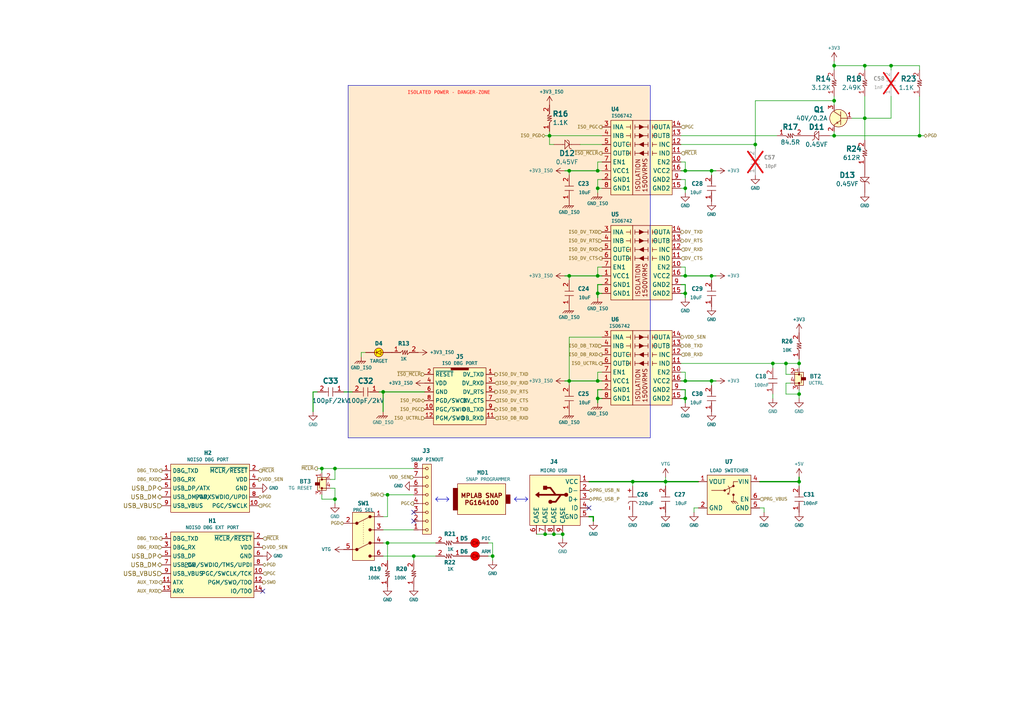
<source format=kicad_sch>
(kicad_sch (version 20231120) (generator "eeschema") (generator_version "8.0")
  (paper "A4")
  (title_block (title "PROGRAMMER & DEBUGGER") (date "2024-12-04") (rev "0.1") (company "KiCad EDA") (comment 1 "Schematic Designed by ...") (comment 2 "PCB Designed by ...") (comment 3 "Approved by ..."))
  (junction (at 198.755 54.61))
  (junction (at 198.755 85.09))
  (junction (at 158.115 154.94))
  (junction (at 241.935 39.37))
  (junction (at 112.395 143.51))
  (junction (at 93.345 135.89))
  (junction (at 250.825 19.05))
  (junction (at 224.155 105.41))
  (junction (at 206.375 49.53))
  (junction (at 165.1 80.01))
  (junction (at 173.355 80.01))
  (junction (at 250.825 34.29))
  (junction (at 97.155 144.78))
  (junction (at 241.935 19.05))
  (junction (at 97.155 135.89))
  (junction (at 231.775 139.7))
  (junction (at 198.755 80.01))
  (junction (at 183.515 139.7))
  (junction (at 227.965 105.41))
  (junction (at 206.375 80.01))
  (junction (at 231.775 114.3))
  (junction (at 219.075 41.91))
  (junction (at 206.375 110.49))
  (junction (at 173.355 110.49))
  (junction (at 173.355 49.53))
  (junction (at 258.445 19.05))
  (junction (at 198.755 110.49))
  (junction (at 241.935 29.21))
  (junction (at 173.355 54.61))
  (junction (at 111.125 113.665))
  (junction (at 163.195 154.94))
  (junction (at 159.385 39.37))
  (junction (at 173.355 85.09))
  (junction (at 193.04 139.7))
  (junction (at 198.755 115.57))
  (junction (at 120.015 161.29))
  (junction (at 266.7 39.37))
  (junction (at 231.775 105.41))
  (junction (at 165.1 110.49))
  (junction (at 198.755 49.53))
  (junction (at 160.655 154.94))
  (junction (at 112.395 157.48))
  (junction (at 142.875 161.29))
  (junction (at 165.1 49.53))
  (junction (at 173.355 115.57))
  (no_connect (at 120.015 148.59))
  (no_connect (at 170.815 147.32))
  (no_connect (at 76.2 171.45))
  (no_connect (at 120.015 151.13))
  (wire (pts (xy 198.755 80.01) (xy 197.485 80.01)) (stroke (width 0.254)))
  (wire (pts (xy 142.875 162.56) (xy 142.875 161.29)))
  (wire (pts (xy 206.375 110.49) (xy 206.375 111.76)))
  (polyline (pts (xy 129.54 145.415) (xy 130.175 144.78)))
  (wire (pts (xy 229.235 108.585) (xy 227.965 108.585)))
  (wire (pts (xy 241.935 29.21) (xy 241.935 30.48)))
  (wire (pts (xy 198.755 49.53) (xy 206.375 49.53)) (stroke (width 0.254)))
  (wire (pts (xy 231.775 139.7) (xy 231.775 140.97)))
  (wire (pts (xy 173.355 85.09) (xy 174.625 85.09)) (stroke (width 0.254)))
  (wire (pts (xy 198.755 80.01) (xy 206.375 80.01)) (stroke (width 0.254)))
  (wire (pts (xy 106.045 102.235) (xy 104.775 102.235)))
  (wire (pts (xy 183.515 139.7) (xy 183.515 140.97)))
  (wire (pts (xy 197.485 52.07) (xy 198.755 52.07)))
  (wire (pts (xy 104.775 103.505) (xy 104.775 102.235)))
  (wire (pts (xy 198.755 85.09) (xy 198.755 86.36)) (stroke (width 0.254)))
  (wire (pts (xy 202.565 147.32) (xy 201.295 147.32)))
  (wire (pts (xy 112.395 149.86) (xy 112.395 143.51)))
  (wire (pts (xy 206.375 110.49) (xy 207.645 110.49)) (stroke (width 0.254)))
  (wire (pts (xy 224.155 105.41) (xy 224.155 106.68)))
  (wire (pts (xy 174.625 113.03) (xy 173.355 113.03)) (stroke (width 0.254)))
  (wire (pts (xy 198.755 113.03) (xy 198.755 115.57)) (stroke (width 0.254)))
  (wire (pts (xy 197.485 110.49) (xy 198.755 110.49)) (stroke (width 0.254)))
  (wire (pts (xy 266.7 19.05) (xy 258.445 19.05)))
  (polyline (pts (xy 126.365 144.78) (xy 127 144.145)))
  (wire (pts (xy 206.375 80.01) (xy 206.375 81.28)))
  (wire (pts (xy 170.815 149.86) (xy 172.085 149.86)) (stroke (width 0.381)))
  (wire (pts (xy 174.625 46.99) (xy 173.355 46.99)))
  (wire (pts (xy 174.625 115.57) (xy 173.355 115.57)) (stroke (width 0.254)))
  (polyline (pts (xy 129.54 144.145) (xy 130.175 144.78)))
  (wire (pts (xy 198.755 82.55) (xy 198.755 85.09)) (stroke (width 0.254)))
  (wire (pts (xy 142.875 161.29) (xy 141.605 161.29)))
  (wire (pts (xy 220.345 147.32) (xy 221.615 147.32)))
  (wire (pts (xy 220.345 139.7) (xy 231.775 139.7)) (stroke (width 0.381)))
  (wire (pts (xy 227.965 111.125) (xy 227.965 114.3)))
  (wire (pts (xy 197.485 107.95) (xy 198.755 107.95)))
  (wire (pts (xy 197.485 46.99) (xy 198.755 46.99)))
  (wire (pts (xy 198.755 54.61) (xy 198.755 55.88)))
  (wire (pts (xy 111.125 113.665) (xy 111.125 119.38)) (stroke (width 0.254)))
  (wire (pts (xy 227.965 105.41) (xy 227.965 108.585)))
  (wire (pts (xy 163.195 154.94) (xy 163.195 156.21)))
  (wire (pts (xy 266.7 20.32) (xy 266.7 19.05)))
  (wire (pts (xy 231.775 138.43) (xy 231.775 139.7)) (stroke (width 0.381)))
  (wire (pts (xy 231.775 106.68) (xy 231.775 105.41)))
  (wire (pts (xy 173.355 82.55) (xy 173.355 85.09)) (stroke (width 0.254)))
  (wire (pts (xy 93.345 135.89) (xy 93.345 137.16)))
  (wire (pts (xy 97.155 135.89) (xy 120.015 135.89)))
  (wire (pts (xy 197.485 49.53) (xy 198.755 49.53)) (stroke (width 0.254)))
  (wire (pts (xy 198.755 107.95) (xy 198.755 110.49)))
  (wire (pts (xy 227.965 105.41) (xy 231.775 105.41)))
  (wire (pts (xy 197.485 113.03) (xy 198.755 113.03)) (stroke (width 0.254)))
  (wire (pts (xy 197.485 39.37) (xy 225.425 39.37)))
  (wire (pts (xy 120.015 161.29) (xy 126.365 161.29)))
  (wire (pts (xy 111.125 143.51) (xy 112.395 143.51)))
  (wire (pts (xy 197.485 41.91) (xy 219.075 41.91)))
  (wire (pts (xy 165.1 97.79) (xy 165.1 110.49)))
  (wire (pts (xy 207.645 49.53) (xy 206.375 49.53)) (stroke (width 0.254)))
  (wire (pts (xy 229.235 111.125) (xy 227.965 111.125)))
  (wire (pts (xy 173.355 107.95) (xy 173.355 110.49)))
  (wire (pts (xy 165.1 80.01) (xy 173.355 80.01)) (stroke (width 0.254)))
  (wire (pts (xy 193.04 138.43) (xy 193.04 139.7)))
  (wire (pts (xy 227.965 114.3) (xy 231.775 114.3)))
  (wire (pts (xy 173.355 113.03) (xy 173.355 115.57)) (stroke (width 0.254)))
  (wire (pts (xy 160.655 154.94) (xy 163.195 154.94)))
  (wire (pts (xy 221.615 147.32) (xy 221.615 148.59)))
  (wire (pts (xy 250.825 20.32) (xy 250.825 19.05)))
  (wire (pts (xy 193.04 139.7) (xy 202.565 139.7)) (stroke (width 0.381)))
  (wire (pts (xy 93.345 143.51) (xy 93.345 144.78)))
  (wire (pts (xy 174.625 80.01) (xy 173.355 80.01)) (stroke (width 0.254)))
  (wire (pts (xy 168.275 41.91) (xy 174.625 41.91)))
  (polyline (pts (xy 149.225 144.78) (xy 149.86 145.415)))
  (wire (pts (xy 183.515 139.7) (xy 193.04 139.7)) (stroke (width 0.381)))
  (wire (pts (xy 95.885 139.065) (xy 97.155 139.065)))
  (wire (pts (xy 197.485 54.61) (xy 198.755 54.61)))
  (wire (pts (xy 173.355 110.49) (xy 174.625 110.49)) (stroke (width 0.254)))
  (wire (pts (xy 197.485 49.53) (xy 198.755 49.53)))
  (wire (pts (xy 193.04 139.7) (xy 193.04 140.97)))
  (wire (pts (xy 112.395 143.51) (xy 120.015 143.51)))
  (wire (pts (xy 258.445 19.05) (xy 250.825 19.05)))
  (wire (pts (xy 111.125 157.48) (xy 112.395 157.48)))
  (wire (pts (xy 173.355 54.61) (xy 174.625 54.61)))
  (wire (pts (xy 231.775 104.14) (xy 231.775 105.41)))
  (wire (pts (xy 231.775 113.03) (xy 231.775 114.3)))
  (wire (pts (xy 266.7 27.94) (xy 266.7 39.37)))
  (polyline (pts (xy 152.4 144.145) (xy 153.035 144.78)))
  (wire (pts (xy 250.825 27.94) (xy 250.825 34.29)))
  (wire (pts (xy 241.935 39.37) (xy 266.7 39.37)))
  (wire (pts (xy 197.485 105.41) (xy 224.155 105.41)))
  (wire (pts (xy 111.125 149.86) (xy 112.395 149.86)))
  (wire (pts (xy 197.485 115.57) (xy 198.755 115.57)) (stroke (width 0.254)))
  (wire (pts (xy 219.075 41.91) (xy 219.075 43.18)))
  (wire (pts (xy 201.295 147.32) (xy 201.295 148.59)))
  (wire (pts (xy 158.115 39.37) (xy 159.385 39.37)))
  (wire (pts (xy 97.155 141.605) (xy 97.155 144.78)))
  (wire (pts (xy 241.935 19.05) (xy 241.935 20.32)))
  (wire (pts (xy 173.355 52.07) (xy 173.355 54.61)))
  (wire (pts (xy 120.015 161.29) (xy 120.015 162.56)))
  (wire (pts (xy 165.1 49.53) (xy 163.83 49.53)) (stroke (width 0.254)))
  (wire (pts (xy 92.075 113.665) (xy 90.805 113.665)) (stroke (width 0.254)))
  (wire (pts (xy 197.485 77.47) (xy 198.755 77.47)))
  (wire (pts (xy 172.085 149.86) (xy 172.085 151.13)) (stroke (width 0.381)))
  (wire (pts (xy 111.125 161.29) (xy 120.015 161.29)))
  (wire (pts (xy 165.1 49.53) (xy 165.1 50.8)))
  (wire (pts (xy 206.375 49.53) (xy 206.375 50.8)))
  (wire (pts (xy 231.775 115.57) (xy 231.775 114.3)))
  (wire (pts (xy 165.1 110.49) (xy 173.355 110.49)) (stroke (width 0.254)))
  (polyline (pts (xy 126.365 144.78) (xy 127 145.415)))
  (wire (pts (xy 163.83 110.49) (xy 165.1 110.49)) (stroke (width 0.254)))
  (wire (pts (xy 173.355 54.61) (xy 173.355 55.88)))
  (polyline (pts (xy 126.365 144.78) (xy 130.175 144.78)))
  (wire (pts (xy 174.625 107.95) (xy 173.355 107.95)))
  (wire (pts (xy 241.935 19.05) (xy 250.825 19.05)))
  (wire (pts (xy 174.625 39.37) (xy 159.385 39.37)))
  (wire (pts (xy 159.385 39.37) (xy 159.385 41.91)))
  (wire (pts (xy 258.445 20.32) (xy 258.445 19.05)))
  (wire (pts (xy 92.075 135.89) (xy 93.345 135.89)))
  (wire (pts (xy 198.755 46.99) (xy 198.755 49.53)))
  (wire (pts (xy 165.1 110.49) (xy 165.1 111.76)))
  (wire (pts (xy 174.625 97.79) (xy 165.1 97.79)))
  (wire (pts (xy 258.445 34.29) (xy 250.825 34.29)))
  (wire (pts (xy 241.935 38.1) (xy 241.935 39.37)))
  (wire (pts (xy 241.935 39.37) (xy 240.665 39.37)))
  (wire (pts (xy 142.875 157.48) (xy 142.875 161.29)))
  (wire (pts (xy 258.445 27.94) (xy 258.445 34.29)))
  (wire (pts (xy 224.155 105.41) (xy 227.965 105.41)))
  (wire (pts (xy 90.805 113.665) (xy 90.805 119.38)) (stroke (width 0.254)))
  (wire (pts (xy 159.385 38.1) (xy 159.385 39.37)))
  (wire (pts (xy 250.825 34.29) (xy 250.825 40.64)))
  (wire (pts (xy 197.485 82.55) (xy 198.755 82.55)) (stroke (width 0.254)))
  (wire (pts (xy 198.755 52.07) (xy 198.755 54.61)))
  (wire (pts (xy 111.125 153.67) (xy 120.015 153.67)))
  (polyline (pts (xy 152.4 145.415) (xy 153.035 144.78)))
  (wire (pts (xy 173.355 115.57) (xy 173.355 116.84)) (stroke (width 0.254)))
  (wire (pts (xy 241.935 17.78) (xy 241.935 19.05)))
  (wire (pts (xy 198.755 110.49) (xy 206.375 110.49)) (stroke (width 0.254)))
  (wire (pts (xy 111.125 113.665) (xy 109.855 113.665)) (stroke (width 0.254)))
  (wire (pts (xy 241.935 27.94) (xy 241.935 29.21)))
  (wire (pts (xy 173.355 49.53) (xy 174.625 49.53)))
  (wire (pts (xy 174.625 82.55) (xy 173.355 82.55)) (stroke (width 0.254)))
  (polyline (pts (xy 149.225 144.78) (xy 149.86 144.145)))
  (wire (pts (xy 173.355 46.99) (xy 173.355 49.53)))
  (wire (pts (xy 112.395 157.48) (xy 112.395 162.56)))
  (wire (pts (xy 219.075 29.21) (xy 219.075 41.91)))
  (wire (pts (xy 165.1 49.53) (xy 173.355 49.53)) (stroke (width 0.254)))
  (wire (pts (xy 197.485 85.09) (xy 198.755 85.09)) (stroke (width 0.254)))
  (wire (pts (xy 250.825 34.29) (xy 247.015 34.29)))
  (wire (pts (xy 97.155 135.89) (xy 97.155 139.065)))
  (wire (pts (xy 159.385 41.91) (xy 160.655 41.91)))
  (wire (pts (xy 224.155 115.57) (xy 224.155 114.3)))
  (wire (pts (xy 102.235 113.665) (xy 99.695 113.665)) (stroke (width 0.254)))
  (wire (pts (xy 266.7 39.37) (xy 267.97 39.37)))
  (wire (pts (xy 93.345 135.89) (xy 97.155 135.89)))
  (wire (pts (xy 97.155 144.78) (xy 93.345 144.78)))
  (wire (pts (xy 158.115 154.94) (xy 160.655 154.94)))
  (wire (pts (xy 97.155 144.78) (xy 97.155 146.05)))
  (polyline (pts (xy 149.225 144.78) (xy 153.035 144.78)))
  (wire (pts (xy 165.1 80.01) (xy 165.1 81.28)))
  (wire (pts (xy 198.755 115.57) (xy 198.755 116.84)) (stroke (width 0.254)))
  (wire (pts (xy 170.815 139.7) (xy 183.515 139.7)) (stroke (width 0.381)))
  (wire (pts (xy 241.935 29.21) (xy 219.075 29.21)))
  (wire (pts (xy 173.355 80.01) (xy 173.355 77.47)))
  (wire (pts (xy 142.875 157.48) (xy 141.605 157.48)))
  (wire (pts (xy 95.885 141.605) (xy 97.155 141.605)))
  (wire (pts (xy 173.355 85.09) (xy 173.355 86.36)) (stroke (width 0.254)))
  (wire (pts (xy 123.19 113.665) (xy 111.125 113.665)) (stroke (width 0.254)))
  (wire (pts (xy 174.625 52.07) (xy 173.355 52.07)))
  (wire (pts (xy 207.645 80.01) (xy 206.375 80.01)) (stroke (width 0.254)))
  (wire (pts (xy 198.755 77.47) (xy 198.755 80.01)))
  (wire (pts (xy 173.355 77.47) (xy 174.625 77.47)))
  (wire (pts (xy 165.1 80.01) (xy 163.83 80.01)) (stroke (width 0.254)))
  (wire (pts (xy 155.575 154.94) (xy 158.115 154.94)))
  (wire (pts (xy 112.395 157.48) (xy 126.365 157.48)))
  (rectangle (start 100.965 24.765) (end 188.595 127) (fill (type color) (color 255 234 207 1)))
  (text "ISOLATED POWER - DANGER-ZONE" (at 130.175 27.305 0) (effects (font (size 1.016 1.016) (thickness 0.127))))
  (hierarchical_label "PGD" (shape bidirectional) (at 267.97 39.37 0) (effects (font (size 1.016 1.016) (thickness 0.127))))
  (hierarchical_label "ISO_UCTRL" (shape input) (at 123.19 121.285 180) (effects (font (size 1.016 1.016) (thickness 0.127))))
  (hierarchical_label "ISO_DV_CTS" (shape input) (at 143.51 116.205 0) (effects (font (size 1.016 1.016) (thickness 0.127))))
  (hierarchical_label "PGC" (shape input) (at 197.485 36.83 0) (effects (font (size 1.016 1.016) (thickness 0.127))))
  (hierarchical_label "VDD_SEN" (shape input) (at 120.015 138.43 180) (effects (font (size 1.016 1.016) (thickness 0.127))))
  (hierarchical_label "ISO_DB_RXD" (shape output) (at 174.625 102.87 180) (effects (font (size 1.016 1.016) (thickness 0.127))))
  (hierarchical_label "DV_RXD" (shape input) (at 197.485 72.39 0) (effects (font (size 1.016 1.016) (thickness 0.127))))
  (hierarchical_label "ISO_DV_RXD" (shape output) (at 174.625 72.39 180) (effects (font (size 1.016 1.016) (thickness 0.127))))
  (hierarchical_label "PRG_VBUS" (shape input) (at 220.345 144.78 0) (effects (font (size 1.016 1.016) (thickness 0.127))))
  (hierarchical_label "ISO_DV_CTS" (shape output) (at 174.625 74.93 180) (effects (font (size 1.016 1.016) (thickness 0.127))))
  (hierarchical_label "PGC" (shape input) (at 74.93 146.685 0) (effects (font (size 1.016 1.016) (thickness 0.127))))
  (hierarchical_label "USB_DM" (shape bidirectional) (at 46.99 144.145 180))
  (hierarchical_label "ISO_DV_TXD" (shape output) (at 143.51 108.585 0) (effects (font (size 1.016 1.016) (thickness 0.127))))
  (hierarchical_label "ISO_DV_RTS" (shape output) (at 143.51 113.665 0) (effects (font (size 1.016 1.016) (thickness 0.127))))
  (hierarchical_label "ISO_PGD" (shape bidirectional) (at 158.115 39.37 180) (effects (font (size 1.016 1.016) (thickness 0.127))))
  (hierarchical_label "ISO_DB_RXD" (shape input) (at 143.51 121.285 0) (effects (font (size 1.016 1.016) (thickness 0.127))))
  (hierarchical_label "USB_DP" (shape bidirectional) (at 46.99 141.605 180))
  (hierarchical_label "DBG_TXD" (shape output) (at 46.99 136.525 180) (effects (font (size 1.016 1.016) (thickness 0.127))))
  (hierarchical_label "AUX_RXD" (shape input) (at 46.99 171.45 180) (effects (font (size 1.016 1.016) (thickness 0.127))))
  (hierarchical_label "DBG_RXD" (shape input) (at 46.99 158.75 180) (effects (font (size 1.016 1.016) (thickness 0.127))))
  (hierarchical_label "VDD_SEN" (shape output) (at 197.485 97.79 0) (effects (font (size 1.016 1.016) (thickness 0.127))))
  (hierarchical_label "USB_VBUS" (shape input) (at 46.99 166.37 180))
  (hierarchical_label "DV_TXD" (shape output) (at 197.485 67.31 0) (effects (font (size 1.016 1.016) (thickness 0.127))))
  (hierarchical_label "ISO_UCTRL" (shape output) (at 174.625 105.41 180) (effects (font (size 1.016 1.016) (thickness 0.127))))
  (hierarchical_label "SWO" (shape output) (at 76.2 168.91 0) (effects (font (size 1.016 1.016) (thickness 0.127))))
  (hierarchical_label "ISO_PGC" (shape input) (at 123.19 118.745 180) (effects (font (size 1.016 1.016) (thickness 0.127))))
  (hierarchical_label "PGC" (shape output) (at 120.015 146.05 180) (effects (font (size 1.016 1.016) (thickness 0.127))))
  (hierarchical_label "~{MCLR}" (shape input) (at 197.485 44.45 0) (effects (font (size 1.016 1.016) (thickness 0.127))))
  (hierarchical_label "DB_RXD" (shape input) (at 197.485 102.87 0) (effects (font (size 1.016 1.016) (thickness 0.127))))
  (hierarchical_label "PRG_USB_P" (shape bidirectional) (at 170.815 144.78 0) (effects (font (size 1.016 1.016) (thickness 0.127))))
  (hierarchical_label "DBG_RXD" (shape input) (at 46.99 139.065 180) (effects (font (size 1.016 1.016) (thickness 0.127))))
  (hierarchical_label "VDD_SEN" (shape output) (at 76.2 158.75 0) (effects (font (size 1.016 1.016) (thickness 0.127))))
  (hierarchical_label "PRG_USB_N" (shape bidirectional) (at 170.815 142.24 0) (effects (font (size 1.016 1.016) (thickness 0.127))))
  (hierarchical_label "DV_CTS" (shape input) (at 197.485 74.93 0) (effects (font (size 1.016 1.016) (thickness 0.127))))
  (hierarchical_label "ISO_PGD" (shape bidirectional) (at 123.19 116.205 180) (effects (font (size 1.016 1.016) (thickness 0.127))))
  (hierarchical_label "~{ISO_MCLR}" (shape input) (at 123.19 108.585 180) (effects (font (size 1.016 1.016) (thickness 0.127))))
  (hierarchical_label "~{ISO_MCLR}" (shape output) (at 174.625 44.45 180) (effects (font (size 1.016 1.016) (thickness 0.127))))
  (hierarchical_label "PGD" (shape bidirectional) (at 74.93 144.145 0) (effects (font (size 1.016 1.016) (thickness 0.127))))
  (hierarchical_label "PGC" (shape input) (at 76.2 166.37 0) (effects (font (size 1.016 1.016) (thickness 0.127))))
  (hierarchical_label "PGD" (shape bidirectional) (at 99.695 151.765 180) (effects (font (size 1.016 1.016) (thickness 0.127))))
  (hierarchical_label "VDD_SEN" (shape output) (at 74.93 139.065 0) (effects (font (size 1.016 1.016) (thickness 0.127))))
  (hierarchical_label "SWO" (shape output) (at 111.125 143.51 180) (effects (font (size 1.016 1.016) (thickness 0.127))))
  (hierarchical_label "USB_VBUS" (shape input) (at 46.99 146.685 180))
  (hierarchical_label "ISO_DB_TXD" (shape output) (at 143.51 118.745 0) (effects (font (size 1.016 1.016) (thickness 0.127))))
  (hierarchical_label "DB_TXD" (shape output) (at 197.485 100.33 0) (effects (font (size 1.016 1.016) (thickness 0.127))))
  (hierarchical_label "~{MCLR}" (shape input) (at 74.93 136.525 0) (effects (font (size 1.016 1.016) (thickness 0.127))))
  (hierarchical_label "ISO_PGC" (shape output) (at 174.625 36.83 180) (effects (font (size 1.016 1.016) (thickness 0.127))))
  (hierarchical_label "~{MCLR}" (shape input) (at 76.2 156.21 0) (effects (font (size 1.016 1.016) (thickness 0.127))))
  (hierarchical_label "USB_DM" (shape bidirectional) (at 46.99 163.83 180))
  (hierarchical_label "DBG_TXD" (shape output) (at 46.99 156.21 180) (effects (font (size 1.016 1.016) (thickness 0.127))))
  (hierarchical_label "AUX_TXD" (shape output) (at 46.99 168.91 180) (effects (font (size 1.016 1.016) (thickness 0.127))))
  (hierarchical_label "~{MCLR}" (shape output) (at 92.075 135.89 180) (effects (font (size 1.016 1.016) (thickness 0.127))))
  (hierarchical_label "ISO_DV_RXD" (shape input) (at 143.51 111.125 0) (effects (font (size 1.016 1.016) (thickness 0.127))))
  (hierarchical_label "USB_DP" (shape bidirectional) (at 46.99 161.29 180))
  (hierarchical_label "DV_RTS" (shape output) (at 197.485 69.85 0) (effects (font (size 1.016 1.016) (thickness 0.127))))
  (hierarchical_label "ISO_DB_TXD" (shape input) (at 174.625 100.33 180) (effects (font (size 1.016 1.016) (thickness 0.127))))
  (hierarchical_label "ISO_DV_TXD" (shape input) (at 174.625 67.31 180) (effects (font (size 1.016 1.016) (thickness 0.127))))
  (hierarchical_label "PGD" (shape bidirectional) (at 76.2 163.83 0) (effects (font (size 1.016 1.016) (thickness 0.127))))
  (hierarchical_label "ISO_DV_RTS" (shape input) (at 174.625 69.85 180) (effects (font (size 1.016 1.016) (thickness 0.127))))
  (symbol (lib_id "power:GND") (at 193.04 148.59 0) (mirror y) (unit 1)
    (property "Reference" "#PWR082" (effects (hide yes)))
    (property "Value" "GND" (at 193.04 152.4 0) (effects (font (size 1.016 1.016) (thickness 0.127))))
  )
  (symbol (lib_id "SAMPI:CERCAP") (at 221.615 48.26 270) (mirror x) (unit 1) (in_bom no) (dnp yes)
    (property "Reference" "C57" (at 221.615 45.7199 90) (effects (font (bold yes)) (justify left)))
    (property "Value" "10pF" (at 221.615 48.26 90) (effects (font (size 1.016 1.016) (thickness 0.127)) (justify left)))
    (property "Footprint" "SAMPI:CAP0603" (effects (hide yes)))
    (property "Description" "CAP CER 10pF 50V X5R 0603" (effects (hide yes)))
  )
  (symbol (lib_id "SAMPI:MICRO_USB_PLUG_RA") (at 155.575 134.62 0) (unit 1)
    (property "Reference" "J4" (at 160.655 133.985 0) (effects (font (bold yes))))
    (property "Value" "MICRO USB" (at 160.655 136.525 0) (effects (font (size 1.016 1.016) (thickness 0.127))))
    (property "Footprint" "SAMPI:ZX60-B-5S(31)" (effects (hide yes)))
    (property "Description" "CONN PLUG USB2.0 MICRO B SMD R/A" (effects (hide yes)))
    (property "MFT" "Hirose" (effects (hide yes)))
    (property "MNP" "ZX60-B-5S(31)" (effects (hide yes)))
  )
  (symbol (lib_id "SAMPI:RES") (at 239.395 25.4 90) (unit 1)
    (property "Reference" "R14" (at 238.76 22.86 90) (effects (font (size 1.5 1.5) (bold yes))))
    (property "Value" "3.12K" (at 238.125 25.4 90))
    (property "Footprint" "SAMPI:RES0603" (effects (hide yes)))
    (property "Description" "RES 10K OHM 1% 1/10W 0603" (effects (hide yes)))
    (property "MNP" "RC0603FR-0710KL" (effects (hide yes)))
    (property "MFT" "YAGEO" (effects (hide yes)))
  )
  (symbol (lib_id "power:+3V3") (at 207.645 49.53 270) (unit 1)
    (property "Reference" "#PWR090" (effects (hide yes)))
    (property "Value" "+3V3" (at 212.725 49.53 90) (effects (font (size 1.016 1.016) (thickness 0.127))))
  )
  (symbol (lib_id "SAMPI:GND_ISO") (at 104.775 112.395 0) (unit 1)
    (property "Reference" "#PWR050" (effects (hide yes)))
    (property "Value" "GND_ISO" (at 104.775 106.68 0) (effects (font (size 1.016 1.016) (thickness 0.127))))
    (property "Description" "Power symbol creates a global label with name \"+GND_ISO\"" (effects (hide yes)))
  )
  (symbol (lib_id "power:GND") (at 231.775 148.59 0) (unit 1)
    (property "Reference" "#PWR095" (effects (hide yes)))
    (property "Value" "GND" (at 231.775 152.4 0) (effects (font (size 1.016 1.016) (thickness 0.127))))
  )
  (symbol (lib_id "SAMPI:GND_ISO") (at 165.1 67.31 0) (unit 1)
    (property "Reference" "#PWR071" (effects (hide yes)))
    (property "Value" "GND_ISO" (at 165.1 61.595 0) (effects (font (size 1.016 1.016) (thickness 0.127))))
    (property "Description" "Power symbol creates a global label with name \"+GND_ISO\"" (effects (hide yes)))
  )
  (symbol (lib_id "power:GND") (at 198.755 55.88 0) (unit 1)
    (property "Reference" "#PWR083" (effects (hide yes)))
    (property "Value" "GND" (at 198.755 59.69 0) (effects (font (size 1.016 1.016) (thickness 0.127))))
  )
  (symbol (lib_id "SAMPI:ISO6742") (at 186.055 31.75 0) (unit 1)
    (property "Reference" "U4" (at 178.435 31.75 0) (effects (font (bold yes))))
    (property "Value" "ISO6742" (at 180.34 33.655 0) (effects (font (size 1.016 1.016) (thickness 0.127))))
    (property "Footprint" "SAMPI:SOIC16-W" (effects (hide yes)))
    (property "Description" "DIGITAL ISOLATOR 4-CH 1500VRMS 50MBIT/S" (effects (hide yes)))
    (property "MNP" "ISO6742FDWR" (effects (hide yes)))
    (property "MFT" "Texas Instruments" (effects (hide yes)))
  )
  (symbol (lib_id "power:GND") (at 221.615 148.59 0) (unit 1)
    (property "Reference" "#PWR093" (effects (hide yes)))
    (property "Value" "GND" (at 221.615 152.4 0) (effects (font (size 1.016 1.016) (thickness 0.127))))
  )
  (symbol (lib_id "power:GND") (at 206.375 58.42 0) (unit 1)
    (property "Reference" "#PWR087" (effects (hide yes)))
    (property "Value" "GND" (at 206.375 62.23 0) (effects (font (size 1.016 1.016) (thickness 0.127))))
  )
  (symbol (lib_id "power:+5V") (at 231.775 138.43 0) (unit 1)
    (property "Reference" "#PWR094" (effects (hide yes)))
    (property "Value" "+5V" (at 231.775 134.62 0) (effects (font (size 1.016 1.016) (thickness 0.127))))
  )
  (symbol (lib_id "SAMPI:RES") (at 248.285 25.4 90) (unit 1)
    (property "Reference" "R18" (at 247.65 22.86 90) (effects (font (size 1.5 1.5) (bold yes))))
    (property "Value" "2.49K" (at 247.015 25.4 90))
    (property "Footprint" "SAMPI:RES0603" (effects (hide yes)))
    (property "Description" "RES 10K OHM 1% 1/10W 0603" (effects (hide yes)))
    (property "MNP" "RC0603FR-0710KL" (effects (hide yes)))
    (property "MFT" "YAGEO" (effects (hide yes)))
  )
  (symbol (lib_id "power:GND") (at 90.805 119.38 0) (mirror y) (unit 1)
    (property "Reference" "#PWR096" (effects (hide yes)))
    (property "Value" "GND" (at 90.805 123.19 0) (effects (font (size 1.016 1.016) (thickness 0.127))))
  )
  (symbol (lib_id "SAMPI:RES") (at 264.16 25.4 90) (unit 1)
    (property "Reference" "R23" (at 263.525 22.86 90) (effects (font (size 1.5 1.5) (bold yes))))
    (property "Value" "1.1K" (at 262.89 25.4 90))
    (property "Footprint" "SAMPI:RES0603" (effects (hide yes)))
    (property "Description" "RES 10K OHM 1% 1/10W 0603" (effects (hide yes)))
    (property "MNP" "RC0603FR-0710KL" (effects (hide yes)))
    (property "MFT" "YAGEO" (effects (hide yes)))
  )
  (symbol (lib_id "Liem:RPDBG-EXT") (at 61.595 154.305 0) (unit 1)
    (property "Reference" "H1" (at 61.595 151.13 0) (effects (font (bold yes))))
    (property "Value" "NOISO DBG EXT PORT" (at 61.595 153.035 0) (effects (font (size 1.016 1.016))))
    (property "Footprint" "Liem:DIL14-1.27-SMD" (effects (hide yes)))
  )
  (symbol (lib_id "SAMPI:GND_ISO") (at 165.1 128.27 0) (unit 1)
    (property "Reference" "#PWR073" (effects (hide yes)))
    (property "Value" "GND_ISO" (at 165.1 122.555 0) (effects (font (size 1.016 1.016) (thickness 0.127))))
    (property "Description" "Power symbol creates a global label with name \"+GND_ISO\"" (effects (hide yes)))
  )
  (symbol (lib_id "SAMPI:RES") (at 114.935 167.64 270) (mirror x) (unit 1)
    (property "Reference" "R19" (at 110.49 165.1 90) (effects (font (bold yes)) (justify right)))
    (property "Value" "100K" (at 110.49 167.64 90) (effects (font (size 1.016 1.016) (thickness 0.127)) (justify right)))
    (property "Footprint" "SAMPI:RES0603" (effects (hide yes)))
    (property "Description" "RES 100K OHM 1% 1/10W 0603" (effects (hide yes)))
    (property "MFT" "YAGEO" (effects (hide yes)))
    (property "MNP" "RC0603FR-07100KL" (effects (hide yes)))
  )
  (symbol (lib_id "power:+3V3") (at 207.645 80.01 270) (unit 1)
    (property "Reference" "#PWR091" (effects (hide yes)))
    (property "Value" "+3V3" (at 212.725 80.01 90) (effects (font (size 1.016 1.016) (thickness 0.127))))
  )
  (symbol (lib_id "SAMPI:DIODE-SCH") (at 160.655 36.83 0) (unit 1)
    (property "Reference" "D12" (at 164.465 44.45 0) (effects (font (size 1.5 1.5) (bold yes))))
    (property "Value" "0.45VF" (at 164.465 46.99 0))
    (property "Footprint" "SAMPI:SOD-123FL" (effects (hide yes)))
    (property "Description" "DIODE SCHOTTKY 30V 200MA SOD123" (effects (hide yes)))
    (property "MFT" "  Vishay" (effects (hide yes)))
    (property "MNP" "BAT43W-E3-08" (effects (hide yes)))
  )
  (symbol (lib_id "SAMPI:DIODE-SCH") (at 240.665 34.29 0) (mirror y) (unit 1)
    (property "Reference" "D11" (at 236.855 36.83 0) (effects (font (size 1.5 1.5) (bold yes))))
    (property "Value" "0.45VF" (at 236.855 41.91 0))
    (property "Footprint" "SAMPI:SOD-123FL" (effects (hide yes)))
    (property "Description" "DIODE SCHOTTKY 30V 200MA SOD123" (effects (hide yes)))
    (property "MFT" "  Vishay" (effects (hide yes)))
    (property "MNP" "BAT43W-E3-08" (effects (hide yes)))
  )
  (symbol (lib_id "SAMPI:RES") (at 131.445 154.94 0) (mirror y) (unit 1)
    (property "Reference" "R21" (at 128.905 154.94 0) (effects (font (bold yes)) (justify right)))
    (property "Value" "1K" (at 129.54 159.385 0) (effects (font (size 1.016 1.016) (thickness 0.127)) (justify right)))
    (property "Footprint" "SAMPI:RES0603" (effects (hide yes)))
    (property "Description" "RES 1K OHM 1% 1/10W 0603" (effects (hide yes)))
    (property "MFT" "YAGEO" (effects (hide yes)))
    (property "MNP" "RC0603FR-071KL" (effects (hide yes)))
  )
  (symbol (lib_id "SAMPI:GND_ISO") (at 111.125 128.27 0) (unit 1)
    (property "Reference" "#PWR079" (effects (hide yes)))
    (property "Value" "GND_ISO" (at 111.125 122.555 0) (effects (font (size 1.016 1.016) (thickness 0.127))))
    (property "Description" "Power symbol creates a global label with name \"+GND_ISO\"" (effects (hide yes)))
  )
  (symbol (lib_id "SAMPI:GND_ISO") (at 165.1 97.79 0) (unit 1)
    (property "Reference" "#PWR072" (effects (hide yes)))
    (property "Value" "GND_ISO" (at 165.1 92.075 0) (effects (font (size 1.016 1.016) (thickness 0.127))))
    (property "Description" "Power symbol creates a global label with name \"+GND_ISO\"" (effects (hide yes)))
  )
  (symbol (lib_id "SAMPI:SW_DPDT") (at 99.695 137.795 0) (unit 1)
    (property "Reference" "SW1" (at 105.41 146.05 0) (effects (font (bold yes))))
    (property "Value" "PRG SEL" (at 105.41 147.955 0) (effects (font (size 1.016 1.016) (thickness 0.127))))
    (property "Footprint" "SAMPI:SW_PUSH_2DPDT" (effects (hide yes)))
    (property "Description" "SWITCH PUSH DPDT 0.1A 30V" (effects (hide yes)))
    (property "MNP" "TL2201EEYA" (effects (hide yes)))
    (property "MFT" "E-Switch" (effects (hide yes)))
  )
  (symbol (lib_id "power:GND") (at 74.93 141.605 90) (unit 1)
    (property "Reference" "#PWR0143" (effects (hide yes)))
    (property "Value" "GND" (at 79.375 141.605 90) (effects (font (size 1.016 1.016) (thickness 0.127))))
    (property "Description" "Power symbol creates a global label with name \"GND\" , ground" (effects (hide yes)))
  )
  (symbol (lib_id "power:GND") (at 201.295 148.59 0) (unit 1)
    (property "Reference" "#PWR086" (effects (hide yes)))
    (property "Value" "GND" (at 201.295 152.4 0) (effects (font (size 1.016 1.016) (thickness 0.127))))
  )
  (symbol (lib_id "SAMPI:RES") (at 227.965 41.91 0) (mirror x) (unit 1)
    (property "Reference" "R17" (at 229.235 36.83 0) (effects (font (size 1.5 1.5) (bold yes))))
    (property "Value" "84.5R" (at 229.235 41.275 0))
    (property "Footprint" "SAMPI:RES0603" (effects (hide yes)))
    (property "Description" "RES 10K OHM 1% 1/10W 0603" (effects (hide yes)))
    (property "MNP" "RC0603FR-0710KL" (effects (hide yes)))
    (property "MFT" "YAGEO" (effects (hide yes)))
  )
  (symbol (lib_id "Liem:RLED") (at 136.525 156.845 0) (unit 1)
    (property "Reference" "D6" (at 134.62 160.02 0) (effects (font (bold yes))))
    (property "Value" "ARM" (at 140.97 160.02 0) (effects (font (size 1.016 1.016) (thickness 0.127))))
    (property "Footprint" "SAMPI:LED3MM" (effects (hide yes)))
    (property "Description" "LED RED DIFFUSED 3MM ROUND T/H" (effects (hide yes)))
    (property "MNP" "151031SS06000" (effects (hide yes)))
    (property "MFT" "Würth Elektronik" (effects (hide yes)))
  )
  (symbol (lib_id "SAMPI:RES") (at 161.925 35.56 270) (mirror x) (unit 1)
    (property "Reference" "R16" (at 162.56 33.02 90) (effects (font (size 1.5 1.5) (bold yes))))
    (property "Value" "1.1K" (at 162.56 35.56 90))
    (property "Footprint" "SAMPI:RES0603" (effects (hide yes)))
    (property "Description" "RES 10K OHM 1% 1/10W 0603" (effects (hide yes)))
    (property "MNP" "RC0603FR-0710KL" (effects (hide yes)))
    (property "MFT" "YAGEO" (effects (hide yes)))
  )
  (symbol (lib_id "SAMPI:+3V3_ISO") (at 159.385 30.48 0) (unit 1)
    (property "Reference" "#PWR0139" (effects (hide yes)))
    (property "Value" "+3V3_ISO" (at 156.21 26.67 0) (effects (font (size 1.016 1.016) (thickness 0.127)) (justify left)))
    (property "Description" "Power symbol creates a global label with name \"+3V3_ISO\"" (effects (hide yes)))
  )
  (symbol (lib_id "SAMPI:GND_ISO") (at 173.355 64.77 0) (unit 1)
    (property "Reference" "#PWR076" (effects (hide yes)))
    (property "Value" "GND_ISO" (at 173.355 59.055 0) (effects (font (size 1.016 1.016) (thickness 0.127))))
    (property "Description" "Power symbol creates a global label with name \"+GND_ISO\"" (effects (hide yes)))
  )
  (symbol (lib_id "power:GND") (at 112.395 170.18 0) (unit 1)
    (property "Reference" "#PWR063" (effects (hide yes)))
    (property "Value" "GND" (at 112.395 173.99 0) (effects (font (size 1.016 1.016) (thickness 0.127))))
    (property "Description" "Power symbol creates a global label with name \"GND\" , ground" (effects (hide yes)))
  )
  (symbol (lib_id "SAMPI:CERCAP") (at 208.915 116.84 270) (mirror x) (unit 1)
    (property "Reference" "C30" (at 203.835 114.2999 90) (effects (font (bold yes)) (justify right)))
    (property "Value" "10uF" (at 203.835 116.8399 90) (effects (font (size 1.016 1.016) (thickness 0.127)) (justify right)))
    (property "Footprint" "SAMPI:CAP0603" (effects (hide yes)))
    (property "Description" "CAP CER 10UF 6.3V X5R 0603" (effects (hide yes)))
    (property "MFT" "Samsung" (effects (hide yes)))
    (property "MNP" "CL10A106MQ8NNNC" (effects (hide yes)))
  )
  (symbol (lib_id "SAMPI:CERCAP") (at 97.155 111.125 0) (mirror y) (unit 1)
    (property "Reference" "C33" (at 95.885 110.49 0) (effects (font (size 1.5 1.5) (bold yes))))
    (property "Value" "100pF/2kV" (at 95.885 116.205 0))
    (property "Footprint" "SAMPI:CAP1206" (effects (hide yes)))
    (property "Description" "CAP CER 100PF 2000V X7R 1206" (effects (hide yes)))
    (property "MNP" "885342208022" (effects (hide yes)))
    (property "MFT" "WE" (effects (hide yes)))
  )
  (symbol (lib_id "power:GND") (at 206.375 119.38 0) (unit 1)
    (property "Reference" "#PWR089" (effects (hide yes)))
    (property "Value" "GND" (at 206.375 123.19 0) (effects (font (size 1.016 1.016) (thickness 0.127))))
  )
  (symbol (lib_id "SAMPI:RES") (at 116.205 99.695 0) (unit 1)
    (property "Reference" "R13" (at 118.745 99.695 0) (effects (font (bold yes)) (justify right)))
    (property "Value" "1K" (at 118.11 104.14 0) (effects (font (size 1.016 1.016) (thickness 0.127)) (justify right)))
    (property "Footprint" "SAMPI:RES0603" (effects (hide yes)))
    (property "Description" "RES 1K OHM 1% 1/10W 0603" (effects (hide yes)))
    (property "MFT" "YAGEO" (effects (hide yes)))
    (property "MNP" "RC0603FR-071KL" (effects (hide yes)))
  )
  (symbol (lib_id "power:GND") (at 198.755 116.84 0) (unit 1)
    (property "Reference" "#PWR085" (effects (hide yes)))
    (property "Value" "GND" (at 198.755 120.65 0) (effects (font (size 1.016 1.016) (thickness 0.127))))
  )
  (symbol (lib_id "power:GND") (at 231.775 115.57 0) (unit 1)
    (property "Reference" "#PWR048" (effects (hide yes)))
    (property "Value" "GND" (at 231.775 119.38 0) (effects (font (size 1.016 1.016) (thickness 0.127))))
    (property "Description" "Power symbol creates a global label with name \"GND\" , ground" (effects (hide yes)))
  )
  (symbol (lib_id "SAMPI:RES") (at 131.445 158.75 0) (mirror y) (unit 1)
    (property "Reference" "R22" (at 128.905 163.195 0) (effects (font (bold yes)) (justify right)))
    (property "Value" "1K" (at 129.54 165.1 0) (effects (font (size 1.016 1.016) (thickness 0.127)) (justify right)))
    (property "Footprint" "SAMPI:RES0603" (effects (hide yes)))
    (property "Description" "RES 1K OHM 1% 1/10W 0603" (effects (hide yes)))
    (property "MFT" "YAGEO" (effects (hide yes)))
    (property "MNP" "RC0603FR-071KL" (effects (hide yes)))
  )
  (symbol (lib_id "SAMPI:SIL08") (at 122.555 158.75 0) (mirror x) (unit 1)
    (property "Reference" "J3" (at 122.555 130.81 0) (effects (font (bold yes)) (justify left)))
    (property "Value" "SNAP PINOUT" (at 118.745 133.35 0) (effects (font (size 1.016 1.016) (thickness 0.127)) (justify left)))
    (property "Footprint" "SAMPI:HDF1x8x2.54_TH_RA" (effects (hide yes)))
    (property "Description" "CONN HDR 8POS 0.1 TIN PCB R/A" (effects (hide yes)))
    (property "MFT" "Sullins Connector Solutions" (effects (hide yes)))
    (property "MNP" "PBC08SBAN" (effects (hide yes)))
  )
  (symbol (lib_id "Liem:RPDBG") (at 60.325 134.62 0) (unit 1)
    (property "Reference" "H2" (at 60.325 131.445 0) (effects (font (bold yes))))
    (property "Value" "NOISO DBG PORT" (at 60.325 133.35 0) (effects (font (size 1.016 1.016))))
    (property "Footprint" "Liem:RPDBG" (effects (hide yes)))
  )
  (symbol (lib_id "SAMPI:RES") (at 122.555 167.64 270) (mirror x) (unit 1)
    (property "Reference" "R20" (at 118.11 165.1 90) (effects (font (bold yes)) (justify right)))
    (property "Value" "100K" (at 118.11 167.64 90) (effects (font (size 1.016 1.016) (thickness 0.127)) (justify right)))
    (property "Footprint" "SAMPI:RES0603" (effects (hide yes)))
    (property "Description" "RES 100K OHM 1% 1/10W 0603" (effects (hide yes)))
    (property "MFT" "YAGEO" (effects (hide yes)))
    (property "MNP" "RC0603FR-07100KL" (effects (hide yes)))
  )
  (symbol (lib_id "SAMPI:GND_ISO") (at 173.355 125.73 0) (unit 1)
    (property "Reference" "#PWR078" (effects (hide yes)))
    (property "Value" "GND_ISO" (at 173.355 120.015 0) (effects (font (size 1.016 1.016) (thickness 0.127))))
    (property "Description" "Power symbol creates a global label with name \"+GND_ISO\"" (effects (hide yes)))
  )
  (symbol (lib_id "SAMPI:+3V3_ISO") (at 123.19 111.125 90) (unit 1)
    (property "Reference" "#PWR074" (effects (hide yes)))
    (property "Value" "+3V3_ISO" (at 120.015 111.125 90) (effects (font (size 1.016 1.016) (thickness 0.127)) (justify left)))
    (property "Description" "Power symbol creates a global label with name \"+3V3_ISO\"" (effects (hide yes)))
  )
  (symbol (lib_id "SAMPI:MCDBG") (at 133.35 113.665 0) (mirror y) (unit 1)
    (property "Reference" "J5" (at 133.35 103.505 0) (effects (font (bold yes))))
    (property "Value" "ISO DBG PORT" (at 133.35 105.41 0) (effects (font (size 1.016 1.016) (thickness 0.127))))
    (property "Footprint" "SAMPI:IDC-2x6x2.54MM_TH" (effects (hide yes)))
    (property "Description" "CONN HEADER VERT 12POS 2.54MM" (effects (hide yes)))
    (property "MNP" "TST-106-01-T-D" (effects (hide yes)))
    (property "MFT" "Samtec Inc." (effects (hide yes)))
  )
  (symbol (lib_id "SAMPI:MIC94090YC6") (at 211.455 134.62 0) (mirror y) (unit 1)
    (property "Reference" "U7" (at 211.455 133.985 0) (effects (font (bold yes))))
    (property "Value" "LOAD SWITCHER" (at 211.455 136.525 0) (effects (font (size 1.016 1.016) (thickness 0.127))))
    (property "Footprint" "SAMPI:SOT363" (effects (hide yes)))
    (property "Description" "IC PWR SWITCH P-CHAN 1:1 SC70-6" (effects (hide yes)))
    (property "MNP" "MIC94090YC6-TR" (effects (hide yes)))
    (property "MFT" "Microchip Technology" (effects (hide yes)))
  )
  (symbol (lib_id "power:GND") (at 206.375 88.9 0) (unit 1)
    (property "Reference" "#PWR088" (effects (hide yes)))
    (property "Value" "GND" (at 206.375 92.71 0) (effects (font (size 1.016 1.016) (thickness 0.127))))
  )
  (symbol (lib_id "power:+3V3") (at 231.775 96.52 0) (unit 1)
    (property "Reference" "#PWR047" (effects (hide yes)))
    (property "Value" "+3V3" (at 231.775 92.71 0) (effects (font (size 1.016 1.016) (thickness 0.127))))
    (property "Description" "Power symbol creates a global label with name \"+3V3\"" (effects (hide yes)))
  )
  (symbol (lib_id "power:GND") (at 76.2 161.29 90) (unit 1)
    (property "Reference" "#PWR061" (effects (hide yes)))
    (property "Value" "GND" (at 80.645 161.29 90) (effects (font (size 1.016 1.016) (thickness 0.127))))
    (property "Description" "Power symbol creates a global label with name \"GND\" , ground" (effects (hide yes)))
  )
  (symbol (lib_id "SAMPI:+3V3_ISO") (at 163.83 49.53 90) (unit 1)
    (property "Reference" "#PWR068" (effects (hide yes)))
    (property "Value" "+3V3_ISO" (at 160.655 49.53 90) (effects (font (size 1.016 1.016) (thickness 0.127)) (justify left)))
    (property "Description" "Power symbol creates a global label with name \"+3V3_ISO\"" (effects (hide yes)))
  )
  (symbol (lib_id "power:GND") (at 120.015 140.97 270) (unit 1)
    (property "Reference" "#PWR064" (effects (hide yes)))
    (property "Value" "GND" (at 115.57 140.97 90) (effects (font (size 1.016 1.016) (thickness 0.127))))
  )
  (symbol (lib_id "SAMPI:CERCAP") (at 234.315 146.05 270) (mirror x) (unit 1)
    (property "Reference" "C31" (at 236.22 143.51 90) (effects (font (bold yes)) (justify right)))
    (property "Value" "100nF" (at 237.49 146.05 90) (effects (font (size 1.016 1.016) (thickness 0.127)) (justify right)))
    (property "Footprint" "SAMPI:CAP0603" (effects (hide yes)))
    (property "Description" "CAP CER 0.1UF 50V X7R 0603" (effects (hide yes)))
    (property "MNP" "CL10B104KB8NNNC" (effects (hide yes)))
    (property "MFT" "Samsung" (effects (hide yes)))
  )
  (symbol (lib_id "SAMPI:DIODE-SCH") (at 245.745 48.26 90) (mirror x) (unit 1)
    (property "Reference" "D13" (at 245.745 50.8 90) (effects (font (size 1.5 1.5) (bold yes))))
    (property "Value" "0.45VF" (at 245.745 53.34 90))
    (property "Footprint" "SAMPI:SOD-123FL" (effects (hide yes)))
    (property "Description" "DIODE SCHOTTKY 30V 200MA SOD123" (effects (hide yes)))
    (property "MFT" "  Vishay" (effects (hide yes)))
    (property "MNP" "BAT43W-E3-08" (effects (hide yes)))
  )
  (symbol (lib_id "power:GND") (at 250.825 55.88 0) (unit 1)
    (property "Reference" "#PWR0142" (effects (hide yes)))
    (property "Value" "GND" (at 250.825 59.69 0) (effects (font (size 1.016 1.016) (thickness 0.127))))
  )
  (symbol (lib_id "power:GND") (at 198.755 86.36 0) (unit 1)
    (property "Reference" "#PWR084" (effects (hide yes)))
    (property "Value" "GND" (at 198.755 90.17 0) (effects (font (size 1.016 1.016) (thickness 0.127))))
  )
  (symbol (lib_id "SAMPI:ELECCAP") (at 180.975 143.51 90) (mirror x) (unit 1)
    (property "Reference" "C26" (at 187.96 143.51 90) (effects (font (bold yes)) (justify left)))
    (property "Value" "220uF" (at 189.865 146.05 90) (effects (font (size 1.016 1.016) (thickness 0.127)) (justify left)))
    (property "Footprint" "SAMPI:CAP1411" (effects (hide yes)))
    (property "Description" "CAP TANT 220UF 10% 6.3V 2312" (effects (hide yes)))
    (property "MNP" "293D227X96R3C2TE3" (effects (hide yes)))
    (property "MFT" "Vishay Sprague" (effects (hide yes)))
  )
  (symbol (lib_id "SAMPI:BT") (at 235.585 109.855 270) (unit 1)
    (property "Reference" "BT2" (at 234.95 109.22 90) (effects (font (bold yes)) (justify left)))
    (property "Value" "UCTRL" (at 234.315 111.125 90) (effects (font (size 1.016 1.016) (thickness 0.127)) (justify left)))
    (property "Footprint" "SAMPI:BUTTON_4P_6x6" (effects (hide yes)))
    (property "Description" "SWITCH TACTILE 6x6x17MM SPST-NO 0.05A 12V" (effects (hide yes)))
    (property "MFT" "CUI" (effects (hide yes)))
    (property "MNP" "TS02-66-170-BK-160-SCR-D" (effects (hide yes)))
  )
  (symbol (lib_id "SAMPI:VTG") (at 99.695 159.385 90) (unit 1)
    (property "Reference" "#PWR062" (effects (hide yes)))
    (property "Value" "VTG" (at 94.615 159.385 90) (effects (font (size 1.016 1.016) (thickness 0.127))))
    (property "Description" "Power symbol creates a global label with name \"VTG\"" (effects (hide yes)))
  )
  (symbol (lib_id "SAMPI:ISO6742") (at 186.055 92.71 0) (unit 1)
    (property "Reference" "U6" (at 178.435 92.71 0) (effects (font (bold yes))))
    (property "Value" "ISO6742" (at 179.705 94.615 0) (effects (font (size 1.016 1.016) (thickness 0.127))))
    (property "Footprint" "SAMPI:SOIC16-W" (effects (hide yes)))
    (property "Description" "DIGITAL ISOLATOR 4-CH 1500VRMS 50MBIT/S" (effects (hide yes)))
    (property "MNP" "ISO6742FDWR" (effects (hide yes)))
    (property "MFT" "Texas Instruments" (effects (hide yes)))
  )
  (symbol (lib_id "power:GND") (at 224.155 115.57 0) (unit 1)
    (property "Reference" "#PWR011" (effects (hide yes)))
    (property "Value" "GND" (at 224.155 119.38 0) (effects (font (size 1.016 1.016) (thickness 0.127))))
    (property "Description" "Power symbol creates a global label with name \"GND\" , ground" (effects (hide yes)))
  )
  (symbol (lib_id "power:GND") (at 219.075 50.8 0) (unit 1)
    (property "Reference" "#PWR0141" (effects (hide yes)))
    (property "Value" "GND" (at 219.075 54.61 0) (effects (font (size 1.016 1.016) (thickness 0.127))))
  )
  (symbol (lib_id "SAMPI:CERCAP") (at 190.5 146.05 90) (unit 1)
    (property "Reference" "C27" (at 195.58 143.5099 90) (effects (font (bold yes)) (justify right)))
    (property "Value" "10uF" (at 195.58 146.0499 90) (effects (font (size 1.016 1.016) (thickness 0.127)) (justify right)))
    (property "Footprint" "SAMPI:CAP0603" (effects (hide yes)))
    (property "Description" "CAP CER 10UF 6.3V X5R 0603" (effects (hide yes)))
    (property "MNP" "CL10A106MQ8NNNC" (effects (hide yes)))
    (property "MFT" "Samsung" (effects (hide yes)))
  )
  (symbol (lib_id "power:+3V3") (at 241.935 17.78 0) (unit 1)
    (property "Reference" "#PWR0140" (effects (hide yes)))
    (property "Value" "+3V3" (at 241.935 13.97 0) (effects (font (size 1.016 1.016) (thickness 0.127))))
  )
  (symbol (lib_id "SAMPI:CERCAP") (at 221.615 111.76 90) (unit 1)
    (property "Reference" "C18" (at 219.075 109.22 90) (effects (font (bold yes)) (justify right)))
    (property "Value" "100nF" (at 218.44 111.76 90) (effects (font (size 1.016 1.016) (thickness 0.127)) (justify right)))
    (property "Footprint" "SAMPI:CAP0603" (effects (hide yes)))
    (property "Description" "CAP CER 0.1UF 50V X7R 0603" (effects (hide yes)))
    (property "MNP" "CL10B104KB8NNNC" (effects (hide yes)))
    (property "MFT" "Samsung" (effects (hide yes)))
  )
  (symbol (lib_id "SAMPI:+3V3_ISO") (at 163.83 80.01 90) (unit 1)
    (property "Reference" "#PWR069" (effects (hide yes)))
    (property "Value" "+3V3_ISO" (at 160.655 80.01 90) (effects (font (size 1.016 1.016) (thickness 0.127)) (justify left)))
    (property "Description" "Power symbol creates a global label with name \"+3V3_ISO\"" (effects (hide yes)))
  )
  (symbol (lib_id "power:GND") (at 163.195 156.21 0) (unit 1)
    (property "Reference" "#PWR067" (effects (hide yes)))
    (property "Value" "GND" (at 163.195 160.02 0) (effects (font (size 1.016 1.016) (thickness 0.127))))
  )
  (symbol (lib_id "SAMPI:RES") (at 229.235 101.6 90) (unit 1)
    (property "Reference" "R26" (at 226.695 99.06 90) (effects (font (bold yes)) (justify right)))
    (property "Value" "10K" (at 226.695 101.6 90) (effects (font (size 1.016 1.016) (thickness 0.127)) (justify right)))
    (property "Footprint" "SAMPI:RES0603" (effects (hide yes)))
    (property "Description" "RES 10K OHM 1% 1/10W 0603" (effects (hide yes)))
    (property "MFT" "YAGEO" (effects (hide yes)))
    (property "MNP" "RC0603FR-0710KL" (effects (hide yes)))
  )
  (symbol (lib_id "power:GND") (at 142.875 162.56 0) (unit 1)
    (property "Reference" "#PWR066" (effects (hide yes)))
    (property "Value" "GND" (at 142.875 166.37 0) (effects (font (size 1.016 1.016) (thickness 0.127))))
    (property "Description" "Power symbol creates a global label with name \"GND\" , ground" (effects (hide yes)))
  )
  (symbol (lib_id "SAMPI:RES") (at 248.285 45.72 90) (unit 1)
    (property "Reference" "R24" (at 247.65 43.18 90) (effects (font (size 1.5 1.5) (bold yes))))
    (property "Value" "612R" (at 247.015 45.72 90))
    (property "Footprint" "SAMPI:RES0603" (effects (hide yes)))
    (property "Description" "RES 10K OHM 1% 1/10W 0603" (effects (hide yes)))
    (property "MNP" "RC0603FR-0710KL" (effects (hide yes)))
    (property "MFT" "YAGEO" (effects (hide yes)))
  )
  (symbol (lib_id "SAMPI:YLED") (at 109.855 97.155 0) (mirror y) (unit 1)
    (property "Reference" "D4" (at 109.855 99.695 0) (effects (font (bold yes))))
    (property "Value" "TARGET" (at 109.855 104.775 0) (effects (font (size 1.016 1.016) (thickness 0.127))))
    (property "Footprint" "SAMPI:LED3MM" (effects (hide yes)))
    (property "Description" "LED YELLOW DIFFUSED 3MM ROUND T/H" (effects (hide yes)))
    (property "MNP" "151031YS06000" (effects (hide yes)))
    (property "MFT" "Würth Elektronik" (effects (hide yes)))
  )
  (symbol (lib_id "SAMPI:CERCAP") (at 260.985 25.4 270) (mirror x) (unit 1) (in_bom no) (dnp yes)
    (property "Reference" "C58" (at 253.365 22.86 90) (effects (font (bold yes)) (justify left)))
    (property "Value" "1nF" (at 253.365 25.4001 90) (effects (font (size 1.016 1.016) (thickness 0.127)) (justify left)))
    (property "Footprint" "SAMPI:CAP0603" (effects (hide yes)))
    (property "Description" "CAP CER 1nF 50V X5R 0603" (effects (hide yes)))
  )
  (symbol (lib_id "power:GND") (at 97.155 146.05 0) (unit 1)
    (property "Reference" "#PWR060" (effects (hide yes)))
    (property "Value" "GND" (at 97.155 149.86 0) (effects (font (size 1.016 1.016) (thickness 0.127))))
    (property "Description" "Power symbol creates a global label with name \"GND\" , ground" (effects (hide yes)))
  )
  (symbol (lib_id "power:GND") (at 172.085 151.13 0) (unit 1)
    (property "Reference" "#PWR075" (effects (hide yes)))
    (property "Value" "GND" (at 172.085 154.94 0) (effects (font (size 1.016 1.016) (thickness 0.127))))
  )
  (symbol (lib_id "SAMPI:CERCAP") (at 162.56 55.88 90) (unit 1)
    (property "Reference" "C23" (at 167.64 53.3399 90) (effects (font (bold yes)) (justify right)))
    (property "Value" "10uF" (at 167.64 55.8799 90) (effects (font (size 1.016 1.016) (thickness 0.127)) (justify right)))
    (property "Footprint" "SAMPI:CAP0603" (effects (hide yes)))
    (property "Description" "CAP CER 10UF 6.3V X5R 0603" (effects (hide yes)))
    (property "MFT" "Samsung" (effects (hide yes)))
    (property "MNP" "CL10A106MQ8NNNC" (effects (hide yes)))
  )
  (symbol (lib_id "SAMPI:SNAP-PG164100") (at 139.7 152.4 180) (unit 1) (on_board no)
    (property "Reference" "MD1" (at 138.43 137.16 0) (effects (font (bold yes)) (justify right)))
    (property "Value" "SNAP PROGRAMMER" (at 133.985 139.065 0) (effects (font (size 1.016 1.016) (thickness 0.127)) (justify right)))
    (property "Description" "MPLAB SNAP DEBUGGER" (effects (hide yes)))
    (property "MFT" "MCHP" (effects (hide yes)))
    (property "MNP" "PG164100" (effects (hide yes)))
  )
  (symbol (lib_id "SAMPI:CERCAP") (at 208.915 55.88 270) (mirror x) (unit 1)
    (property "Reference" "C28" (at 203.835 53.3399 90) (effects (font (bold yes)) (justify right)))
    (property "Value" "10uF" (at 203.835 55.8799 90) (effects (font (size 1.016 1.016) (thickness 0.127)) (justify right)))
    (property "Footprint" "SAMPI:CAP0603" (effects (hide yes)))
    (property "Description" "CAP CER 10UF 6.3V X5R 0603" (effects (hide yes)))
    (property "MFT" "Samsung" (effects (hide yes)))
    (property "MNP" "CL10A106MQ8NNNC" (effects (hide yes)))
  )
  (symbol (lib_id "power:GND") (at 183.515 148.59 0) (mirror y) (unit 1)
    (property "Reference" "#PWR080" (effects (hide yes)))
    (property "Value" "GND" (at 183.515 152.4 0) (effects (font (size 1.016 1.016) (thickness 0.127))))
    (property "Description" "Power symbol creates a global label with name \"GND\" , ground" (effects (hide yes)))
  )
  (symbol (lib_id "SAMPI:BT") (at 89.535 140.335 90) (mirror x) (unit 1)
    (property "Reference" "BT3" (at 90.17 139.7 90) (effects (font (bold yes)) (justify left)))
    (property "Value" "TG RESET" (at 90.805 141.605 90) (effects (font (size 1.016 1.016) (thickness 0.127)) (justify left)))
    (property "Footprint" "SAMPI:BUTTON_4P_6x6" (effects (hide yes)))
    (property "Description" "SWITCH TACTILE 6x6x17MM SPST-NO 0.05A 12V" (effects (hide yes)))
    (property "MFT" "CUI" (effects (hide yes)))
    (property "MNP" "TS02-66-170-BK-160-SCR-D" (effects (hide yes)))
  )
  (symbol (lib_id "power:GND") (at 120.015 170.18 0) (unit 1)
    (property "Reference" "#PWR065" (effects (hide yes)))
    (property "Value" "GND" (at 120.015 173.99 0) (effects (font (size 1.016 1.016) (thickness 0.127))))
    (property "Description" "Power symbol creates a global label with name \"GND\" , ground" (effects (hide yes)))
  )
  (symbol (lib_id "SAMPI:+3V3_ISO") (at 163.83 110.49 90) (unit 1)
    (property "Reference" "#PWR070" (effects (hide yes)))
    (property "Value" "+3V3_ISO" (at 160.655 110.49 90) (effects (font (size 1.016 1.016) (thickness 0.127)) (justify left)))
    (property "Description" "Power symbol creates a global label with name \"+3V3_ISO\"" (effects (hide yes)))
  )
  (symbol (lib_id "SAMPI:ISO6742") (at 186.055 62.23 0) (unit 1)
    (property "Reference" "U5" (at 178.435 62.23 0) (effects (font (bold yes))))
    (property "Value" "ISO6742" (at 180.34 64.135 0) (effects (font (size 1.016 1.016) (thickness 0.127))))
    (property "Footprint" "SAMPI:SOIC16-W" (effects (hide yes)))
    (property "Description" "DIGITAL ISOLATOR 4-CH 1500VRMS 50MBIT/S" (effects (hide yes)))
    (property "MNP" "ISO6742FDWR" (effects (hide yes)))
    (property "MFT" "Texas Instruments" (effects (hide yes)))
  )
  (symbol (lib_id "SAMPI:VTG") (at 193.04 138.43 0) (unit 1)
    (property "Reference" "#PWR081" (effects (hide yes)))
    (property "Value" "VTG" (at 193.04 134.62 0) (effects (font (size 1.016 1.016) (thickness 0.127))))
    (property "Description" "Power symbol creates a global label with name \"VTG\"" (effects (hide yes)))
  )
  (symbol (lib_id "SAMPI:CERCAP") (at 107.315 111.125 0) (mirror y) (unit 1)
    (property "Reference" "C32" (at 106.045 110.49 0) (effects (font (size 1.5 1.5) (bold yes))))
    (property "Value" "100pF/2kV" (at 106.045 116.205 0))
    (property "Footprint" "SAMPI:CAP1206" (effects (hide yes)))
    (property "Description" "CAP CER 100PF 2000V X7R 1206" (effects (hide yes)))
    (property "MNP" "885342208022" (effects (hide yes)))
    (property "MFT" "WE" (effects (hide yes)))
  )
  (symbol (lib_id "power:+3V3") (at 207.645 110.49 270) (unit 1)
    (property "Reference" "#PWR092" (effects (hide yes)))
    (property "Value" "+3V3" (at 212.725 110.49 90) (effects (font (size 1.016 1.016) (thickness 0.127))))
  )
  (symbol (lib_id "SAMPI:CERCAP") (at 208.915 86.36 270) (mirror x) (unit 1)
    (property "Reference" "C29" (at 203.835 83.8199 90) (effects (font (bold yes)) (justify right)))
    (property "Value" "10uF" (at 203.835 86.3599 90) (effects (font (size 1.016 1.016) (thickness 0.127)) (justify right)))
    (property "Footprint" "SAMPI:CAP0603" (effects (hide yes)))
    (property "Description" "CAP CER 10UF 6.3V X5R 0603" (effects (hide yes)))
    (property "MFT" "Samsung" (effects (hide yes)))
    (property "MNP" "CL10A106MQ8NNNC" (effects (hide yes)))
  )
  (symbol (lib_id "SAMPI:BJT-NPN") (at 248.285 29.21 0) (mirror y) (unit 1)
    (property "Reference" "Q1" (at 239.395 31.75 0) (effects (font (size 1.5 1.5) (bold yes)) (justify left)))
    (property "Value" "40V/0.2A" (at 240.03 34.29 0) (effects (justify left)))
    (property "Footprint" "SAMPI:SOT23" (effects (hide yes)))
    (property "Description" "BJT NPN 40V 200MA SOT23-3" (effects (hide yes)))
    (property "MNP" "MMBT3904" (effects (hide yes)))
    (property "MFT" "Diotec Semiconductor" (effects (hide yes)))
  )
  (symbol (lib_id "SAMPI:GND_ISO") (at 173.355 95.25 0) (unit 1)
    (property "Reference" "#PWR077" (effects (hide yes)))
    (property "Value" "GND_ISO" (at 173.355 89.535 0) (effects (font (size 1.016 1.016) (thickness 0.127))))
    (property "Description" "Power symbol creates a global label with name \"+GND_ISO\"" (effects (hide yes)))
  )
  (symbol (lib_id "SAMPI:CERCAP") (at 162.56 116.84 90) (unit 1)
    (property "Reference" "C25" (at 167.64 114.2999 90) (effects (font (bold yes)) (justify right)))
    (property "Value" "10uF" (at 167.64 116.8399 90) (effects (font (size 1.016 1.016) (thickness 0.127)) (justify right)))
    (property "Footprint" "SAMPI:CAP0603" (effects (hide yes)))
    (property "Description" "CAP CER 10UF 6.3V X5R 0603" (effects (hide yes)))
    (property "MFT" "Samsung" (effects (hide yes)))
    (property "MNP" "CL10A106MQ8NNNC" (effects (hide yes)))
  )
  (symbol (lib_id "SAMPI:CERCAP") (at 162.56 86.36 90) (unit 1)
    (property "Reference" "C24" (at 167.64 83.8199 90) (effects (font (bold yes)) (justify right)))
    (property "Value" "10uF" (at 167.64 86.3599 90) (effects (font (size 1.016 1.016) (thickness 0.127)) (justify right)))
    (property "Footprint" "SAMPI:CAP0603" (effects (hide yes)))
    (property "Description" "CAP CER 10UF 6.3V X5R 0603" (effects (hide yes)))
    (property "MFT" "Samsung" (effects (hide yes)))
    (property "MNP" "CL10A106MQ8NNNC" (effects (hide yes)))
  )
  (symbol (lib_id "SAMPI:+3V3_ISO") (at 121.285 102.235 270) (mirror x) (unit 1)
    (property "Reference" "#PWR058" (effects (hide yes)))
    (property "Value" "+3V3_ISO" (at 124.46 102.235 90) (effects (font (size 1.016 1.016) (thickness 0.127)) (justify left)))
    (property "Description" "Power symbol creates a global label with name \"+3V3_ISO\"" (effects (hide yes)))
  )
  (symbol (lib_id "Liem:RLED") (at 136.525 153.035 0) (unit 1)
    (property "Reference" "D5" (at 134.62 156.21 0) (effects (font (bold yes))))
    (property "Value" "PIC" (at 140.97 156.21 0) (effects (font (size 1.016 1.016) (thickness 0.127))))
    (property "Footprint" "SAMPI:LED3MM" (effects (hide yes)))
    (property "Description" "LED RED DIFFUSED 3MM ROUND T/H" (effects (hide yes)))
    (property "MNP" "151031SS06000" (effects (hide yes)))
    (property "MFT" "Würth Elektronik" (effects (hide yes)))
  )
)
</source>
